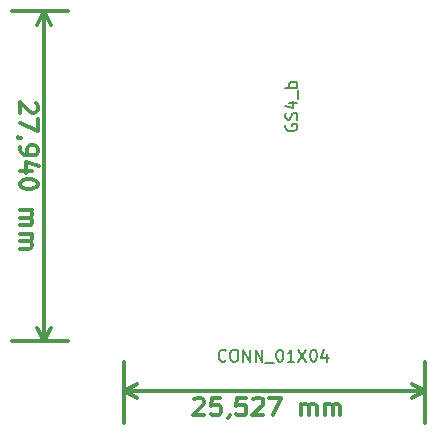
<source format=gbr>
G04 #@! TF.FileFunction,Other,Fab,Top*
%FSLAX46Y46*%
G04 Gerber Fmt 4.6, Leading zero omitted, Abs format (unit mm)*
G04 Created by KiCad (PCBNEW 4.0.6) date 12/07/19 10:47:19*
%MOMM*%
%LPD*%
G01*
G04 APERTURE LIST*
%ADD10C,0.100000*%
%ADD11C,0.300000*%
%ADD12C,0.150000*%
G04 APERTURE END LIST*
D10*
D11*
X131433971Y-70493715D02*
X131505400Y-70565144D01*
X131576829Y-70708001D01*
X131576829Y-71065144D01*
X131505400Y-71208001D01*
X131433971Y-71279430D01*
X131291114Y-71350858D01*
X131148257Y-71350858D01*
X130933971Y-71279430D01*
X130076829Y-70422287D01*
X130076829Y-71350858D01*
X131576829Y-71850858D02*
X131576829Y-72850858D01*
X130076829Y-72208001D01*
X130148257Y-73493714D02*
X130076829Y-73493714D01*
X129933971Y-73422286D01*
X129862543Y-73350857D01*
X130076829Y-74208000D02*
X130076829Y-74493715D01*
X130148257Y-74636572D01*
X130219686Y-74708000D01*
X130433971Y-74850858D01*
X130719686Y-74922286D01*
X131291114Y-74922286D01*
X131433971Y-74850858D01*
X131505400Y-74779429D01*
X131576829Y-74636572D01*
X131576829Y-74350858D01*
X131505400Y-74208000D01*
X131433971Y-74136572D01*
X131291114Y-74065143D01*
X130933971Y-74065143D01*
X130791114Y-74136572D01*
X130719686Y-74208000D01*
X130648257Y-74350858D01*
X130648257Y-74636572D01*
X130719686Y-74779429D01*
X130791114Y-74850858D01*
X130933971Y-74922286D01*
X131076829Y-76208000D02*
X130076829Y-76208000D01*
X131648257Y-75850857D02*
X130576829Y-75493714D01*
X130576829Y-76422286D01*
X131576829Y-77279428D02*
X131576829Y-77422285D01*
X131505400Y-77565142D01*
X131433971Y-77636571D01*
X131291114Y-77708000D01*
X131005400Y-77779428D01*
X130648257Y-77779428D01*
X130362543Y-77708000D01*
X130219686Y-77636571D01*
X130148257Y-77565142D01*
X130076829Y-77422285D01*
X130076829Y-77279428D01*
X130148257Y-77136571D01*
X130219686Y-77065142D01*
X130362543Y-76993714D01*
X130648257Y-76922285D01*
X131005400Y-76922285D01*
X131291114Y-76993714D01*
X131433971Y-77065142D01*
X131505400Y-77136571D01*
X131576829Y-77279428D01*
X130076829Y-79565142D02*
X131076829Y-79565142D01*
X130933971Y-79565142D02*
X131005400Y-79636570D01*
X131076829Y-79779428D01*
X131076829Y-79993713D01*
X131005400Y-80136570D01*
X130862543Y-80207999D01*
X130076829Y-80207999D01*
X130862543Y-80207999D02*
X131005400Y-80279428D01*
X131076829Y-80422285D01*
X131076829Y-80636570D01*
X131005400Y-80779428D01*
X130862543Y-80850856D01*
X130076829Y-80850856D01*
X130076829Y-81565142D02*
X131076829Y-81565142D01*
X130933971Y-81565142D02*
X131005400Y-81636570D01*
X131076829Y-81779428D01*
X131076829Y-81993713D01*
X131005400Y-82136570D01*
X130862543Y-82207999D01*
X130076829Y-82207999D01*
X130862543Y-82207999D02*
X131005400Y-82279428D01*
X131076829Y-82422285D01*
X131076829Y-82636570D01*
X131005400Y-82779428D01*
X130862543Y-82850856D01*
X130076829Y-82850856D01*
X132105400Y-62738000D02*
X132105400Y-90678000D01*
X134137400Y-62738000D02*
X129405400Y-62738000D01*
X134137400Y-90678000D02*
X129405400Y-90678000D01*
X132105400Y-90678000D02*
X131518979Y-89551496D01*
X132105400Y-90678000D02*
X132691821Y-89551496D01*
X132105400Y-62738000D02*
X131518979Y-63864504D01*
X132105400Y-62738000D02*
X132691821Y-63864504D01*
X144814115Y-95587429D02*
X144885544Y-95516000D01*
X145028401Y-95444571D01*
X145385544Y-95444571D01*
X145528401Y-95516000D01*
X145599830Y-95587429D01*
X145671258Y-95730286D01*
X145671258Y-95873143D01*
X145599830Y-96087429D01*
X144742687Y-96944571D01*
X145671258Y-96944571D01*
X147028401Y-95444571D02*
X146314115Y-95444571D01*
X146242686Y-96158857D01*
X146314115Y-96087429D01*
X146456972Y-96016000D01*
X146814115Y-96016000D01*
X146956972Y-96087429D01*
X147028401Y-96158857D01*
X147099829Y-96301714D01*
X147099829Y-96658857D01*
X147028401Y-96801714D01*
X146956972Y-96873143D01*
X146814115Y-96944571D01*
X146456972Y-96944571D01*
X146314115Y-96873143D01*
X146242686Y-96801714D01*
X147814114Y-96873143D02*
X147814114Y-96944571D01*
X147742686Y-97087429D01*
X147671257Y-97158857D01*
X149171258Y-95444571D02*
X148456972Y-95444571D01*
X148385543Y-96158857D01*
X148456972Y-96087429D01*
X148599829Y-96016000D01*
X148956972Y-96016000D01*
X149099829Y-96087429D01*
X149171258Y-96158857D01*
X149242686Y-96301714D01*
X149242686Y-96658857D01*
X149171258Y-96801714D01*
X149099829Y-96873143D01*
X148956972Y-96944571D01*
X148599829Y-96944571D01*
X148456972Y-96873143D01*
X148385543Y-96801714D01*
X149814114Y-95587429D02*
X149885543Y-95516000D01*
X150028400Y-95444571D01*
X150385543Y-95444571D01*
X150528400Y-95516000D01*
X150599829Y-95587429D01*
X150671257Y-95730286D01*
X150671257Y-95873143D01*
X150599829Y-96087429D01*
X149742686Y-96944571D01*
X150671257Y-96944571D01*
X151171257Y-95444571D02*
X152171257Y-95444571D01*
X151528400Y-96944571D01*
X153885542Y-96944571D02*
X153885542Y-95944571D01*
X153885542Y-96087429D02*
X153956970Y-96016000D01*
X154099828Y-95944571D01*
X154314113Y-95944571D01*
X154456970Y-96016000D01*
X154528399Y-96158857D01*
X154528399Y-96944571D01*
X154528399Y-96158857D02*
X154599828Y-96016000D01*
X154742685Y-95944571D01*
X154956970Y-95944571D01*
X155099828Y-96016000D01*
X155171256Y-96158857D01*
X155171256Y-96944571D01*
X155885542Y-96944571D02*
X155885542Y-95944571D01*
X155885542Y-96087429D02*
X155956970Y-96016000D01*
X156099828Y-95944571D01*
X156314113Y-95944571D01*
X156456970Y-96016000D01*
X156528399Y-96158857D01*
X156528399Y-96944571D01*
X156528399Y-96158857D02*
X156599828Y-96016000D01*
X156742685Y-95944571D01*
X156956970Y-95944571D01*
X157099828Y-96016000D01*
X157171256Y-96158857D01*
X157171256Y-96944571D01*
X164363400Y-94868999D02*
X138836400Y-94868999D01*
X164363400Y-92456000D02*
X164363400Y-97568999D01*
X138836400Y-92456000D02*
X138836400Y-97568999D01*
X138836400Y-94868999D02*
X139962904Y-94282578D01*
X138836400Y-94868999D02*
X139962904Y-95455420D01*
X164363400Y-94868999D02*
X163236896Y-94282578D01*
X164363400Y-94868999D02*
X163236896Y-95455420D01*
D12*
X147497191Y-92282143D02*
X147449572Y-92329762D01*
X147306715Y-92377381D01*
X147211477Y-92377381D01*
X147068619Y-92329762D01*
X146973381Y-92234524D01*
X146925762Y-92139286D01*
X146878143Y-91948810D01*
X146878143Y-91805952D01*
X146925762Y-91615476D01*
X146973381Y-91520238D01*
X147068619Y-91425000D01*
X147211477Y-91377381D01*
X147306715Y-91377381D01*
X147449572Y-91425000D01*
X147497191Y-91472619D01*
X148116238Y-91377381D02*
X148306715Y-91377381D01*
X148401953Y-91425000D01*
X148497191Y-91520238D01*
X148544810Y-91710714D01*
X148544810Y-92044048D01*
X148497191Y-92234524D01*
X148401953Y-92329762D01*
X148306715Y-92377381D01*
X148116238Y-92377381D01*
X148021000Y-92329762D01*
X147925762Y-92234524D01*
X147878143Y-92044048D01*
X147878143Y-91710714D01*
X147925762Y-91520238D01*
X148021000Y-91425000D01*
X148116238Y-91377381D01*
X148973381Y-92377381D02*
X148973381Y-91377381D01*
X149544810Y-92377381D01*
X149544810Y-91377381D01*
X150021000Y-92377381D02*
X150021000Y-91377381D01*
X150592429Y-92377381D01*
X150592429Y-91377381D01*
X150830524Y-92472619D02*
X151592429Y-92472619D01*
X152021000Y-91377381D02*
X152116239Y-91377381D01*
X152211477Y-91425000D01*
X152259096Y-91472619D01*
X152306715Y-91567857D01*
X152354334Y-91758333D01*
X152354334Y-91996429D01*
X152306715Y-92186905D01*
X152259096Y-92282143D01*
X152211477Y-92329762D01*
X152116239Y-92377381D01*
X152021000Y-92377381D01*
X151925762Y-92329762D01*
X151878143Y-92282143D01*
X151830524Y-92186905D01*
X151782905Y-91996429D01*
X151782905Y-91758333D01*
X151830524Y-91567857D01*
X151878143Y-91472619D01*
X151925762Y-91425000D01*
X152021000Y-91377381D01*
X153306715Y-92377381D02*
X152735286Y-92377381D01*
X153021000Y-92377381D02*
X153021000Y-91377381D01*
X152925762Y-91520238D01*
X152830524Y-91615476D01*
X152735286Y-91663095D01*
X153640048Y-91377381D02*
X154306715Y-92377381D01*
X154306715Y-91377381D02*
X153640048Y-92377381D01*
X154878143Y-91377381D02*
X154973382Y-91377381D01*
X155068620Y-91425000D01*
X155116239Y-91472619D01*
X155163858Y-91567857D01*
X155211477Y-91758333D01*
X155211477Y-91996429D01*
X155163858Y-92186905D01*
X155116239Y-92282143D01*
X155068620Y-92329762D01*
X154973382Y-92377381D01*
X154878143Y-92377381D01*
X154782905Y-92329762D01*
X154735286Y-92282143D01*
X154687667Y-92186905D01*
X154640048Y-91996429D01*
X154640048Y-91758333D01*
X154687667Y-91567857D01*
X154735286Y-91472619D01*
X154782905Y-91425000D01*
X154878143Y-91377381D01*
X156068620Y-91710714D02*
X156068620Y-92377381D01*
X155830524Y-91329762D02*
X155592429Y-92044048D01*
X156211477Y-92044048D01*
X152586000Y-72323809D02*
X152538381Y-72419047D01*
X152538381Y-72561904D01*
X152586000Y-72704762D01*
X152681238Y-72800000D01*
X152776476Y-72847619D01*
X152966952Y-72895238D01*
X153109810Y-72895238D01*
X153300286Y-72847619D01*
X153395524Y-72800000D01*
X153490762Y-72704762D01*
X153538381Y-72561904D01*
X153538381Y-72466666D01*
X153490762Y-72323809D01*
X153443143Y-72276190D01*
X153109810Y-72276190D01*
X153109810Y-72466666D01*
X153490762Y-71895238D02*
X153538381Y-71752381D01*
X153538381Y-71514285D01*
X153490762Y-71419047D01*
X153443143Y-71371428D01*
X153347905Y-71323809D01*
X153252667Y-71323809D01*
X153157429Y-71371428D01*
X153109810Y-71419047D01*
X153062190Y-71514285D01*
X153014571Y-71704762D01*
X152966952Y-71800000D01*
X152919333Y-71847619D01*
X152824095Y-71895238D01*
X152728857Y-71895238D01*
X152633619Y-71847619D01*
X152586000Y-71800000D01*
X152538381Y-71704762D01*
X152538381Y-71466666D01*
X152586000Y-71323809D01*
X152871714Y-70466666D02*
X153538381Y-70466666D01*
X152490762Y-70704762D02*
X153205048Y-70942857D01*
X153205048Y-70323809D01*
X153633619Y-70180952D02*
X153633619Y-69419047D01*
X153538381Y-69180952D02*
X152538381Y-69180952D01*
X152919333Y-69180952D02*
X152871714Y-69085714D01*
X152871714Y-68895237D01*
X152919333Y-68799999D01*
X152966952Y-68752380D01*
X153062190Y-68704761D01*
X153347905Y-68704761D01*
X153443143Y-68752380D01*
X153490762Y-68799999D01*
X153538381Y-68895237D01*
X153538381Y-69085714D01*
X153490762Y-69180952D01*
M02*

</source>
